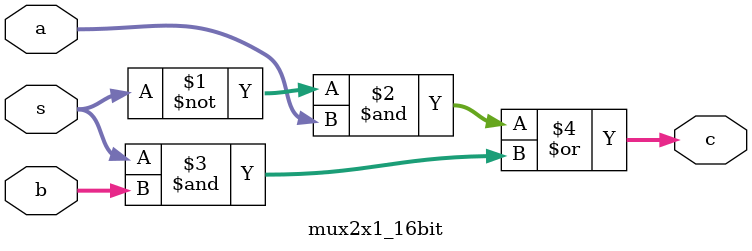
<source format=v>
`timescale 1ns / 1ps

module mux2x1_16bit(a,b,s,c);
	input [0:15]a,b,s;
	output [0:15]c;
	assign c= ~s & a | s & b;
endmodule

</source>
